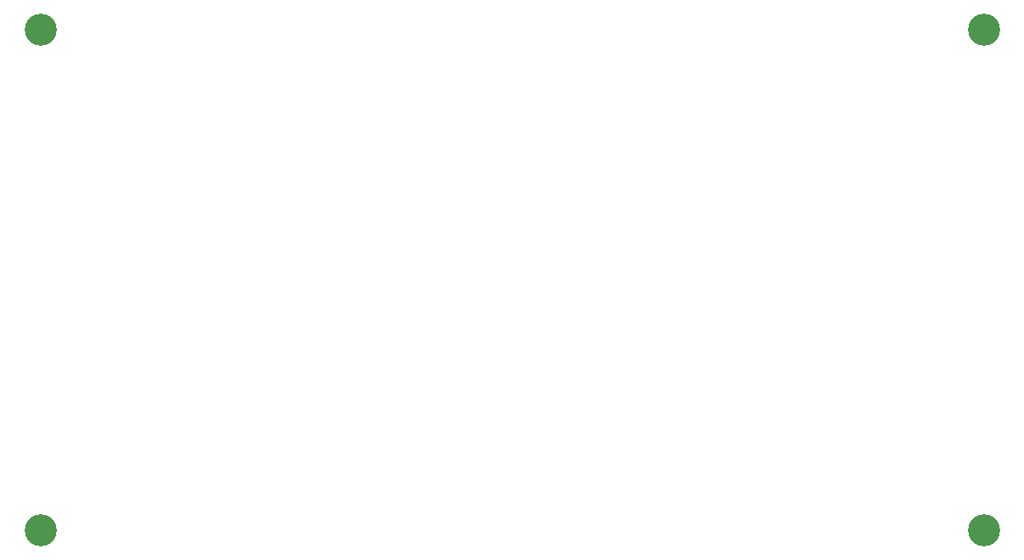
<source format=gbr>
%TF.GenerationSoftware,KiCad,Pcbnew,7.0.11-rc3*%
%TF.CreationDate,2025-03-16T23:31:13+08:00*%
%TF.ProjectId,TSAL,5453414c-2e6b-4696-9361-645f70636258,rev?*%
%TF.SameCoordinates,Original*%
%TF.FileFunction,NonPlated,1,2,NPTH,Drill*%
%TF.FilePolarity,Positive*%
%FSLAX46Y46*%
G04 Gerber Fmt 4.6, Leading zero omitted, Abs format (unit mm)*
G04 Created by KiCad (PCBNEW 7.0.11-rc3) date 2025-03-16 23:31:13*
%MOMM*%
%LPD*%
G01*
G04 APERTURE LIST*
%TA.AperFunction,ComponentDrill*%
%ADD10C,3.200000*%
%TD*%
G04 APERTURE END LIST*
D10*
%TO.C,H3*%
X66000000Y-33000000D03*
%TO.C,H4*%
X66000000Y-83000000D03*
%TO.C,H1*%
X160000000Y-33000000D03*
%TO.C,H2*%
X160000000Y-83000000D03*
M02*

</source>
